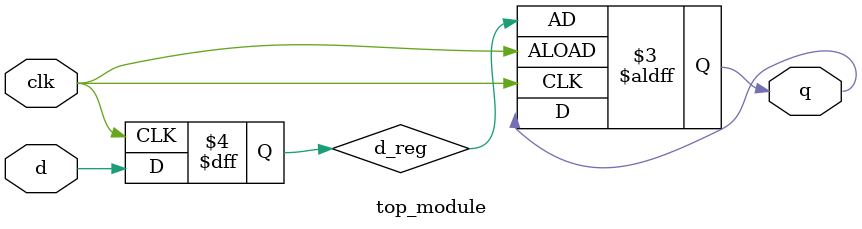
<source format=sv>
module top_module(
    input clk,
    input d,
    output reg q
);

reg d_reg;

always @(posedge clk) begin
    d_reg <= d;
end

always @(posedge clk, negedge clk) begin
    if (clk) begin
        q <= d_reg;
    end
end

endmodule

</source>
